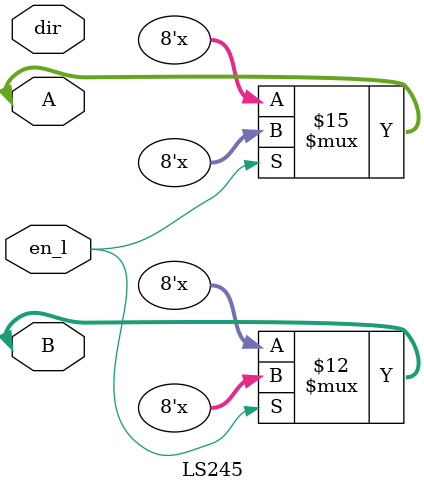
<source format=sv>
`timescale 1ns / 1ps


module LS245(inout logic [7:0] A, B,
            input logic dir, en_l);
            
            always_comb begin
                if(en_l == 1'b1) begin
                    A = 8'bzzzz_zzzz;
                    B = 8'bzzzz_zzzz;
                end
                else begin
                    if(dir)
                        B = A;
                    else
                        A = B;
                end
            end
endmodule

</source>
